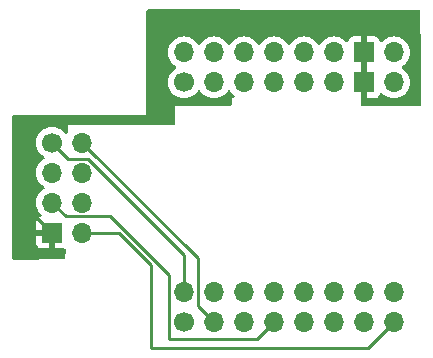
<source format=gbl>
G04 #@! TF.GenerationSoftware,KiCad,Pcbnew,7.0.9*
G04 #@! TF.CreationDate,2024-01-10T15:07:55+01:00*
G04 #@! TF.ProjectId,ESP32OrangeClock,45535033-324f-4726-916e-6765436c6f63,rev?*
G04 #@! TF.SameCoordinates,Original*
G04 #@! TF.FileFunction,Copper,L2,Bot*
G04 #@! TF.FilePolarity,Positive*
%FSLAX46Y46*%
G04 Gerber Fmt 4.6, Leading zero omitted, Abs format (unit mm)*
G04 Created by KiCad (PCBNEW 7.0.9) date 2024-01-10 15:07:55*
%MOMM*%
%LPD*%
G01*
G04 APERTURE LIST*
G04 #@! TA.AperFunction,ComponentPad*
%ADD10C,1.700000*%
G04 #@! TD*
G04 #@! TA.AperFunction,ComponentPad*
%ADD11O,1.700000X1.700000*%
G04 #@! TD*
G04 #@! TA.AperFunction,ComponentPad*
%ADD12R,1.700000X1.700000*%
G04 #@! TD*
G04 #@! TA.AperFunction,Conductor*
%ADD13C,0.250000*%
G04 #@! TD*
G04 APERTURE END LIST*
D10*
X103605714Y-80147000D03*
D11*
X106145714Y-80147000D03*
X103605714Y-82687000D03*
X106145714Y-82687000D03*
X103605714Y-85227000D03*
X106145714Y-85227000D03*
D12*
X103605714Y-87767000D03*
D11*
X106145714Y-87767000D03*
D10*
X114781714Y-75057000D03*
D11*
X114781714Y-72517000D03*
X117321714Y-75057000D03*
X117321714Y-72517000D03*
X119861714Y-75057000D03*
X119861714Y-72517000D03*
X122401714Y-75057000D03*
X122401714Y-72517000D03*
X124941714Y-75057000D03*
X124941714Y-72517000D03*
X127481714Y-75057000D03*
X127481714Y-72517000D03*
D12*
X130021714Y-75057000D03*
X130021714Y-72517000D03*
D11*
X132561714Y-75057000D03*
X132561714Y-72517000D03*
D10*
X114781714Y-95377000D03*
D11*
X114781714Y-92837000D03*
X117321714Y-95377000D03*
X117321714Y-92837000D03*
X119861714Y-95377000D03*
X119861714Y-92837000D03*
X122401714Y-95377000D03*
X122401714Y-92837000D03*
X124941714Y-95377000D03*
X124941714Y-92837000D03*
X127481714Y-95377000D03*
X127481714Y-92837000D03*
X130021714Y-95377000D03*
X130021714Y-92837000D03*
X132561714Y-95377000D03*
X132561714Y-92837000D03*
D13*
X114781714Y-89661299D02*
X114781714Y-92837000D01*
X103605714Y-80147000D02*
X104970714Y-81512000D01*
X106632415Y-81512000D02*
X114781714Y-89661299D01*
X104970714Y-81512000D02*
X106632415Y-81512000D01*
X115956714Y-94012000D02*
X117321714Y-95377000D01*
X106145714Y-80147000D02*
X115956714Y-89958000D01*
X115956714Y-89958000D02*
X115956714Y-94012000D01*
X104780714Y-86402000D02*
X108524887Y-86402000D01*
X113570000Y-96810000D02*
X120968714Y-96810000D01*
X113520000Y-96760000D02*
X113570000Y-96810000D01*
X103605714Y-85227000D02*
X104780714Y-86402000D01*
X113520000Y-91397113D02*
X113520000Y-96760000D01*
X120968714Y-96810000D02*
X122401714Y-95377000D01*
X108524887Y-86402000D02*
X113520000Y-91397113D01*
X112160000Y-78140000D02*
X102200000Y-78140000D01*
X101250000Y-85411286D02*
X103605714Y-87767000D01*
X112140000Y-70540000D02*
X112140000Y-78040000D01*
X112140000Y-78040000D02*
X112200000Y-78100000D01*
X112200000Y-78100000D02*
X112160000Y-78140000D01*
X130010000Y-70540000D02*
X112140000Y-70540000D01*
X102200000Y-78140000D02*
X101250000Y-79090000D01*
X130021714Y-72517000D02*
X130021714Y-70551714D01*
X101250000Y-79090000D02*
X101250000Y-85411286D01*
X130021714Y-75057000D02*
X130021714Y-72517000D01*
X130021714Y-70551714D02*
X130010000Y-70540000D01*
X109253491Y-87767000D02*
X111980000Y-90493509D01*
X130398714Y-97540000D02*
X132561714Y-95377000D01*
X106145714Y-87767000D02*
X109253491Y-87767000D01*
X111980000Y-97540000D02*
X130398714Y-97540000D01*
X111980000Y-90493509D02*
X111980000Y-97540000D01*
G04 #@! TA.AperFunction,Conductor*
G36*
X127470000Y-68890000D02*
G01*
X128360000Y-68900000D01*
X134658685Y-68929433D01*
X134725632Y-68949431D01*
X134771140Y-69002448D01*
X134782088Y-69051297D01*
X134847214Y-72833212D01*
X134847214Y-76935904D01*
X134827529Y-77002943D01*
X134774725Y-77048698D01*
X134723155Y-77059904D01*
X129904441Y-77057603D01*
X129837411Y-77037886D01*
X129791681Y-76985061D01*
X129780500Y-76933603D01*
X129780500Y-76374759D01*
X129780528Y-76374616D01*
X129780524Y-76374616D01*
X129780540Y-76350002D01*
X129780541Y-76350000D01*
X129780540Y-76349997D01*
X129780541Y-76348580D01*
X129771714Y-76304029D01*
X129771714Y-75492501D01*
X129879399Y-75541680D01*
X129985951Y-75557000D01*
X130057477Y-75557000D01*
X130164029Y-75541680D01*
X130271714Y-75492501D01*
X130271714Y-76407000D01*
X130919542Y-76407000D01*
X130919558Y-76406999D01*
X130979086Y-76400598D01*
X130979093Y-76400596D01*
X131113800Y-76350354D01*
X131113807Y-76350350D01*
X131228901Y-76264190D01*
X131228904Y-76264187D01*
X131315064Y-76149093D01*
X131315068Y-76149086D01*
X131364136Y-76017529D01*
X131406007Y-75961595D01*
X131471471Y-75937178D01*
X131539744Y-75952030D01*
X131567999Y-75973181D01*
X131690313Y-76095495D01*
X131766849Y-76149086D01*
X131883879Y-76231032D01*
X131883881Y-76231033D01*
X131883884Y-76231035D01*
X132098051Y-76330903D01*
X132326306Y-76392063D01*
X132497033Y-76407000D01*
X132561713Y-76412659D01*
X132561714Y-76412659D01*
X132561715Y-76412659D01*
X132626395Y-76407000D01*
X132797122Y-76392063D01*
X133025377Y-76330903D01*
X133239544Y-76231035D01*
X133433115Y-76095495D01*
X133600209Y-75928401D01*
X133735749Y-75734830D01*
X133835617Y-75520663D01*
X133896777Y-75292408D01*
X133917373Y-75057000D01*
X133896777Y-74821592D01*
X133835617Y-74593337D01*
X133735749Y-74379171D01*
X133730139Y-74371158D01*
X133600208Y-74185597D01*
X133433116Y-74018506D01*
X133433110Y-74018501D01*
X133247556Y-73888575D01*
X133203931Y-73833998D01*
X133196737Y-73764500D01*
X133228260Y-73702145D01*
X133247556Y-73685425D01*
X133356579Y-73609086D01*
X133433115Y-73555495D01*
X133600209Y-73388401D01*
X133735749Y-73194830D01*
X133835617Y-72980663D01*
X133896777Y-72752408D01*
X133917373Y-72517000D01*
X133896777Y-72281592D01*
X133835617Y-72053337D01*
X133735749Y-71839171D01*
X133730139Y-71831158D01*
X133600208Y-71645597D01*
X133433116Y-71478506D01*
X133433109Y-71478501D01*
X133239548Y-71342967D01*
X133239544Y-71342965D01*
X133168441Y-71309809D01*
X133025377Y-71243097D01*
X133025373Y-71243096D01*
X133025369Y-71243094D01*
X132797127Y-71181938D01*
X132797117Y-71181936D01*
X132561715Y-71161341D01*
X132561713Y-71161341D01*
X132326310Y-71181936D01*
X132326300Y-71181938D01*
X132098058Y-71243094D01*
X132098049Y-71243098D01*
X131883885Y-71342964D01*
X131883883Y-71342965D01*
X131690314Y-71478503D01*
X131567998Y-71600819D01*
X131506675Y-71634303D01*
X131436983Y-71629319D01*
X131381050Y-71587447D01*
X131364135Y-71556470D01*
X131315068Y-71424913D01*
X131315064Y-71424906D01*
X131228904Y-71309812D01*
X131228901Y-71309809D01*
X131113807Y-71223649D01*
X131113800Y-71223645D01*
X130979093Y-71173403D01*
X130979086Y-71173401D01*
X130919558Y-71167000D01*
X130271714Y-71167000D01*
X130271714Y-72081498D01*
X130164029Y-72032320D01*
X130057477Y-72017000D01*
X129985951Y-72017000D01*
X129879399Y-72032320D01*
X129771714Y-72081498D01*
X129771714Y-71167000D01*
X129123869Y-71167000D01*
X129064341Y-71173401D01*
X129064334Y-71173403D01*
X128929627Y-71223645D01*
X128929620Y-71223649D01*
X128814526Y-71309809D01*
X128814523Y-71309812D01*
X128728363Y-71424906D01*
X128728359Y-71424913D01*
X128679292Y-71556470D01*
X128637421Y-71612404D01*
X128571956Y-71636821D01*
X128503683Y-71621969D01*
X128475429Y-71600819D01*
X128431080Y-71556470D01*
X128353115Y-71478505D01*
X128353111Y-71478502D01*
X128353110Y-71478501D01*
X128159548Y-71342967D01*
X128159544Y-71342965D01*
X128088441Y-71309809D01*
X127945377Y-71243097D01*
X127945373Y-71243096D01*
X127945369Y-71243094D01*
X127717127Y-71181938D01*
X127717117Y-71181936D01*
X127481715Y-71161341D01*
X127481713Y-71161341D01*
X127246310Y-71181936D01*
X127246300Y-71181938D01*
X127018058Y-71243094D01*
X127018049Y-71243098D01*
X126803885Y-71342964D01*
X126803883Y-71342965D01*
X126610311Y-71478505D01*
X126443219Y-71645597D01*
X126313289Y-71831158D01*
X126258712Y-71874783D01*
X126189214Y-71881977D01*
X126126859Y-71850454D01*
X126110139Y-71831158D01*
X125980208Y-71645597D01*
X125813116Y-71478506D01*
X125813109Y-71478501D01*
X125619548Y-71342967D01*
X125619544Y-71342965D01*
X125548441Y-71309809D01*
X125405377Y-71243097D01*
X125405373Y-71243096D01*
X125405369Y-71243094D01*
X125177127Y-71181938D01*
X125177117Y-71181936D01*
X124941715Y-71161341D01*
X124941713Y-71161341D01*
X124706310Y-71181936D01*
X124706300Y-71181938D01*
X124478058Y-71243094D01*
X124478049Y-71243098D01*
X124263885Y-71342964D01*
X124263883Y-71342965D01*
X124070311Y-71478505D01*
X123903219Y-71645597D01*
X123773289Y-71831158D01*
X123718712Y-71874783D01*
X123649214Y-71881977D01*
X123586859Y-71850454D01*
X123570139Y-71831158D01*
X123440208Y-71645597D01*
X123273116Y-71478506D01*
X123273109Y-71478501D01*
X123079548Y-71342967D01*
X123079544Y-71342965D01*
X123008441Y-71309809D01*
X122865377Y-71243097D01*
X122865373Y-71243096D01*
X122865369Y-71243094D01*
X122637127Y-71181938D01*
X122637117Y-71181936D01*
X122401715Y-71161341D01*
X122401713Y-71161341D01*
X122166310Y-71181936D01*
X122166300Y-71181938D01*
X121938058Y-71243094D01*
X121938049Y-71243098D01*
X121723885Y-71342964D01*
X121723883Y-71342965D01*
X121530311Y-71478505D01*
X121363219Y-71645597D01*
X121233289Y-71831158D01*
X121178712Y-71874783D01*
X121109214Y-71881977D01*
X121046859Y-71850454D01*
X121030139Y-71831158D01*
X120900208Y-71645597D01*
X120733116Y-71478506D01*
X120733109Y-71478501D01*
X120539548Y-71342967D01*
X120539544Y-71342965D01*
X120468441Y-71309809D01*
X120325377Y-71243097D01*
X120325373Y-71243096D01*
X120325369Y-71243094D01*
X120097127Y-71181938D01*
X120097117Y-71181936D01*
X119861715Y-71161341D01*
X119861713Y-71161341D01*
X119626310Y-71181936D01*
X119626300Y-71181938D01*
X119398058Y-71243094D01*
X119398049Y-71243098D01*
X119183885Y-71342964D01*
X119183883Y-71342965D01*
X118990311Y-71478505D01*
X118823219Y-71645597D01*
X118693289Y-71831158D01*
X118638712Y-71874783D01*
X118569214Y-71881977D01*
X118506859Y-71850454D01*
X118490139Y-71831158D01*
X118360208Y-71645597D01*
X118193116Y-71478506D01*
X118193109Y-71478501D01*
X117999548Y-71342967D01*
X117999544Y-71342965D01*
X117928441Y-71309809D01*
X117785377Y-71243097D01*
X117785373Y-71243096D01*
X117785369Y-71243094D01*
X117557127Y-71181938D01*
X117557117Y-71181936D01*
X117321715Y-71161341D01*
X117321713Y-71161341D01*
X117086310Y-71181936D01*
X117086300Y-71181938D01*
X116858058Y-71243094D01*
X116858049Y-71243098D01*
X116643885Y-71342964D01*
X116643883Y-71342965D01*
X116450311Y-71478505D01*
X116283219Y-71645597D01*
X116153289Y-71831158D01*
X116098712Y-71874783D01*
X116029214Y-71881977D01*
X115966859Y-71850454D01*
X115950139Y-71831158D01*
X115820208Y-71645597D01*
X115653116Y-71478506D01*
X115653109Y-71478501D01*
X115459548Y-71342967D01*
X115459544Y-71342965D01*
X115388441Y-71309809D01*
X115245377Y-71243097D01*
X115245373Y-71243096D01*
X115245369Y-71243094D01*
X115017127Y-71181938D01*
X115017117Y-71181936D01*
X114781715Y-71161341D01*
X114781713Y-71161341D01*
X114546310Y-71181936D01*
X114546300Y-71181938D01*
X114318058Y-71243094D01*
X114318049Y-71243098D01*
X114103885Y-71342964D01*
X114103883Y-71342965D01*
X113910311Y-71478505D01*
X113743219Y-71645597D01*
X113607679Y-71839169D01*
X113607678Y-71839171D01*
X113507812Y-72053335D01*
X113507808Y-72053344D01*
X113446652Y-72281586D01*
X113446650Y-72281596D01*
X113426055Y-72516999D01*
X113426055Y-72517000D01*
X113446650Y-72752403D01*
X113446652Y-72752413D01*
X113507808Y-72980655D01*
X113507810Y-72980659D01*
X113507811Y-72980663D01*
X113587718Y-73152023D01*
X113607679Y-73194830D01*
X113607681Y-73194834D01*
X113715995Y-73349521D01*
X113743215Y-73388396D01*
X113743220Y-73388402D01*
X113910311Y-73555493D01*
X113910317Y-73555498D01*
X114095872Y-73685425D01*
X114139497Y-73740002D01*
X114146691Y-73809500D01*
X114115168Y-73871855D01*
X114095872Y-73888575D01*
X113910311Y-74018505D01*
X113743219Y-74185597D01*
X113607679Y-74379169D01*
X113607678Y-74379171D01*
X113507812Y-74593335D01*
X113507808Y-74593344D01*
X113446652Y-74821586D01*
X113446650Y-74821596D01*
X113426055Y-75056999D01*
X113426055Y-75057000D01*
X113446650Y-75292403D01*
X113446652Y-75292413D01*
X113507808Y-75520655D01*
X113507810Y-75520659D01*
X113507811Y-75520663D01*
X113587718Y-75692023D01*
X113607679Y-75734830D01*
X113607681Y-75734834D01*
X113715995Y-75889521D01*
X113743219Y-75928401D01*
X113910313Y-76095495D01*
X113986849Y-76149086D01*
X114103879Y-76231032D01*
X114103881Y-76231033D01*
X114103884Y-76231035D01*
X114318051Y-76330903D01*
X114546306Y-76392063D01*
X114717033Y-76407000D01*
X114781713Y-76412659D01*
X114781714Y-76412659D01*
X114781715Y-76412659D01*
X114846395Y-76407000D01*
X115017122Y-76392063D01*
X115245377Y-76330903D01*
X115459544Y-76231035D01*
X115653115Y-76095495D01*
X115820209Y-75928401D01*
X115950139Y-75742842D01*
X116004716Y-75699217D01*
X116074214Y-75692023D01*
X116136569Y-75723546D01*
X116153289Y-75742842D01*
X116283214Y-75928395D01*
X116283219Y-75928401D01*
X116450313Y-76095495D01*
X116526849Y-76149086D01*
X116643879Y-76231032D01*
X116643881Y-76231033D01*
X116643884Y-76231035D01*
X116858051Y-76330903D01*
X117086306Y-76392063D01*
X117257033Y-76407000D01*
X117321713Y-76412659D01*
X117321714Y-76412659D01*
X117321715Y-76412659D01*
X117386395Y-76407000D01*
X117557122Y-76392063D01*
X117785377Y-76330903D01*
X117999544Y-76231035D01*
X118193115Y-76095495D01*
X118360209Y-75928401D01*
X118490139Y-75742842D01*
X118544716Y-75699217D01*
X118614214Y-75692023D01*
X118676569Y-75723546D01*
X118693289Y-75742842D01*
X118823215Y-75928396D01*
X118823220Y-75928402D01*
X118990311Y-76095493D01*
X118990317Y-76095498D01*
X119030915Y-76123925D01*
X119074540Y-76178502D01*
X119081734Y-76248000D01*
X119050211Y-76310355D01*
X118989982Y-76345769D01*
X118959792Y-76349500D01*
X118844760Y-76349500D01*
X118844554Y-76349459D01*
X118820000Y-76349459D01*
X118819901Y-76349500D01*
X118819617Y-76349616D01*
X118819615Y-76349618D01*
X118819459Y-76349999D01*
X118819476Y-76374616D01*
X118819471Y-76374616D01*
X118819500Y-76374759D01*
X118819500Y-76928246D01*
X118799815Y-76995285D01*
X118747011Y-77041040D01*
X118695441Y-77052246D01*
X113990000Y-77050000D01*
X114045327Y-78571494D01*
X114028092Y-78639204D01*
X113976985Y-78686848D01*
X113921409Y-78700000D01*
X104940000Y-78700000D01*
X104929557Y-79292055D01*
X104908693Y-79358737D01*
X104855090Y-79403553D01*
X104785767Y-79412276D01*
X104722733Y-79382134D01*
X104704001Y-79360991D01*
X104644208Y-79275597D01*
X104477116Y-79108506D01*
X104477109Y-79108501D01*
X104283548Y-78972967D01*
X104283544Y-78972965D01*
X104283542Y-78972964D01*
X104069377Y-78873097D01*
X104069373Y-78873096D01*
X104069369Y-78873094D01*
X103841127Y-78811938D01*
X103841117Y-78811936D01*
X103605715Y-78791341D01*
X103605713Y-78791341D01*
X103370310Y-78811936D01*
X103370300Y-78811938D01*
X103142058Y-78873094D01*
X103142049Y-78873098D01*
X102927885Y-78972964D01*
X102927883Y-78972965D01*
X102734311Y-79108505D01*
X102567219Y-79275597D01*
X102431679Y-79469169D01*
X102431678Y-79469171D01*
X102331812Y-79683335D01*
X102331808Y-79683344D01*
X102270652Y-79911586D01*
X102270650Y-79911596D01*
X102250055Y-80146999D01*
X102250055Y-80147000D01*
X102270650Y-80382403D01*
X102270652Y-80382413D01*
X102331808Y-80610655D01*
X102331810Y-80610659D01*
X102331811Y-80610663D01*
X102431679Y-80824830D01*
X102431681Y-80824834D01*
X102567215Y-81018395D01*
X102567220Y-81018402D01*
X102734311Y-81185493D01*
X102734317Y-81185498D01*
X102919872Y-81315425D01*
X102963497Y-81370002D01*
X102970691Y-81439500D01*
X102939168Y-81501855D01*
X102919872Y-81518575D01*
X102734311Y-81648505D01*
X102567219Y-81815597D01*
X102431679Y-82009169D01*
X102431678Y-82009171D01*
X102331812Y-82223335D01*
X102331808Y-82223344D01*
X102270652Y-82451586D01*
X102270650Y-82451596D01*
X102250055Y-82686999D01*
X102250055Y-82687000D01*
X102270650Y-82922403D01*
X102270652Y-82922413D01*
X102331808Y-83150655D01*
X102331810Y-83150659D01*
X102331811Y-83150663D01*
X102431679Y-83364830D01*
X102431681Y-83364834D01*
X102567215Y-83558395D01*
X102567220Y-83558402D01*
X102734311Y-83725493D01*
X102734317Y-83725498D01*
X102919872Y-83855425D01*
X102963497Y-83910002D01*
X102970691Y-83979500D01*
X102939168Y-84041855D01*
X102919872Y-84058575D01*
X102734311Y-84188505D01*
X102567219Y-84355597D01*
X102431679Y-84549169D01*
X102431678Y-84549171D01*
X102331812Y-84763335D01*
X102331808Y-84763344D01*
X102270652Y-84991586D01*
X102270650Y-84991596D01*
X102250055Y-85226999D01*
X102250055Y-85227000D01*
X102270650Y-85462403D01*
X102270652Y-85462413D01*
X102331808Y-85690655D01*
X102331810Y-85690659D01*
X102331811Y-85690663D01*
X102390165Y-85815803D01*
X102431679Y-85904830D01*
X102431681Y-85904834D01*
X102567215Y-86098395D01*
X102567220Y-86098402D01*
X102689532Y-86220714D01*
X102723017Y-86282037D01*
X102718033Y-86351729D01*
X102676161Y-86407662D01*
X102645185Y-86424577D01*
X102513626Y-86473646D01*
X102513620Y-86473649D01*
X102398526Y-86559809D01*
X102398523Y-86559812D01*
X102312363Y-86674906D01*
X102312359Y-86674913D01*
X102262117Y-86809620D01*
X102262115Y-86809627D01*
X102255714Y-86869155D01*
X102255714Y-87517000D01*
X103172028Y-87517000D01*
X103146221Y-87557156D01*
X103105714Y-87695111D01*
X103105714Y-87838889D01*
X103146221Y-87976844D01*
X103172028Y-88017000D01*
X102255714Y-88017000D01*
X102255714Y-88664844D01*
X102262115Y-88724372D01*
X102262117Y-88724379D01*
X102312359Y-88859086D01*
X102312363Y-88859093D01*
X102398523Y-88974187D01*
X102398526Y-88974190D01*
X102513620Y-89060350D01*
X102513627Y-89060354D01*
X102648334Y-89110596D01*
X102648341Y-89110598D01*
X102707869Y-89116999D01*
X102707886Y-89117000D01*
X103355714Y-89117000D01*
X103355714Y-88202501D01*
X103463399Y-88251680D01*
X103569951Y-88267000D01*
X103641477Y-88267000D01*
X103748029Y-88251680D01*
X103855714Y-88202501D01*
X103855714Y-89117000D01*
X104503542Y-89117000D01*
X104503558Y-89116999D01*
X104563086Y-89110598D01*
X104563094Y-89110596D01*
X104587145Y-89101626D01*
X104656837Y-89096641D01*
X104718160Y-89130125D01*
X104751646Y-89191448D01*
X104754461Y-89219994D01*
X104742143Y-89918455D01*
X104721279Y-89985136D01*
X104667677Y-90029953D01*
X104618436Y-90040268D01*
X100344071Y-90049725D01*
X100276988Y-90030189D01*
X100231117Y-89977486D01*
X100219797Y-89925927D01*
X100218644Y-89219994D01*
X100205829Y-81370002D01*
X100200203Y-77924202D01*
X100219778Y-77857131D01*
X100272507Y-77811290D01*
X100324203Y-77800000D01*
X111559999Y-77800000D01*
X111560000Y-77800000D01*
X111599446Y-69003520D01*
X111619431Y-68936570D01*
X111672440Y-68891053D01*
X111723519Y-68880077D01*
X127470000Y-68890000D01*
G37*
G04 #@! TD.AperFunction*
G04 #@! TA.AperFunction,Conductor*
G36*
X130271714Y-74621498D02*
G01*
X130164029Y-74572320D01*
X130057477Y-74557000D01*
X129985951Y-74557000D01*
X129879399Y-74572320D01*
X129771714Y-74621498D01*
X129771714Y-72952501D01*
X129879399Y-73001680D01*
X129985951Y-73017000D01*
X130057477Y-73017000D01*
X130164029Y-73001680D01*
X130271714Y-72952501D01*
X130271714Y-74621498D01*
G37*
G04 #@! TD.AperFunction*
M02*

</source>
